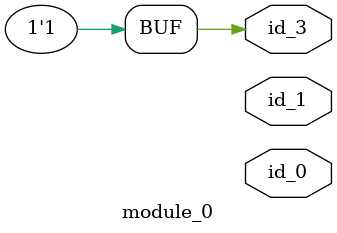
<source format=v>
module module_0 (
    output id_0
    , id_3,
    output id_1
);
  assign id_3 = 1;
endmodule

</source>
